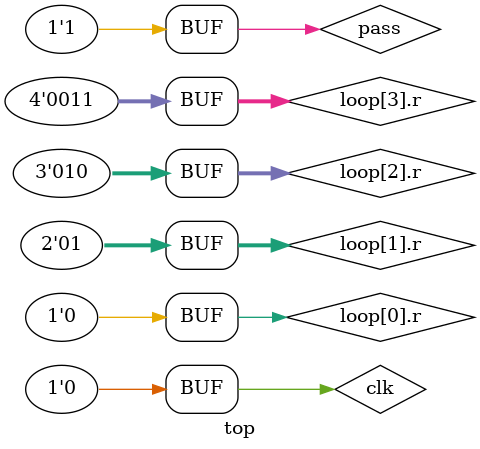
<source format=v>

module top;
  reg clk;
  reg pass = 1'b1;

  generate
    genvar n;
    for (n=0; n<4; n=n+1) begin : loop
      reg [n:0] r;
      always @(clk) r = n;
    end
  endgenerate

  initial begin
    clk = 0;
    #1;

    if (loop[0].r !== 0) begin
      $display("Failed generate instance 0");
      pass = 1'b0;
    end

    if (loop[1].r !== 1) begin
      $display("Failed generate instance 1");
      pass = 1'b0;
    end

    if (loop[2].r !== 2) begin
      $display("Failed generate instance 2");
      pass = 1'b0;
    end

    if (loop[3].r !== 3) begin
      $display("Failed generate instance 3");
      pass = 1'b0;
    end

    if (pass) $display("PASSED");
  end
endmodule

</source>
